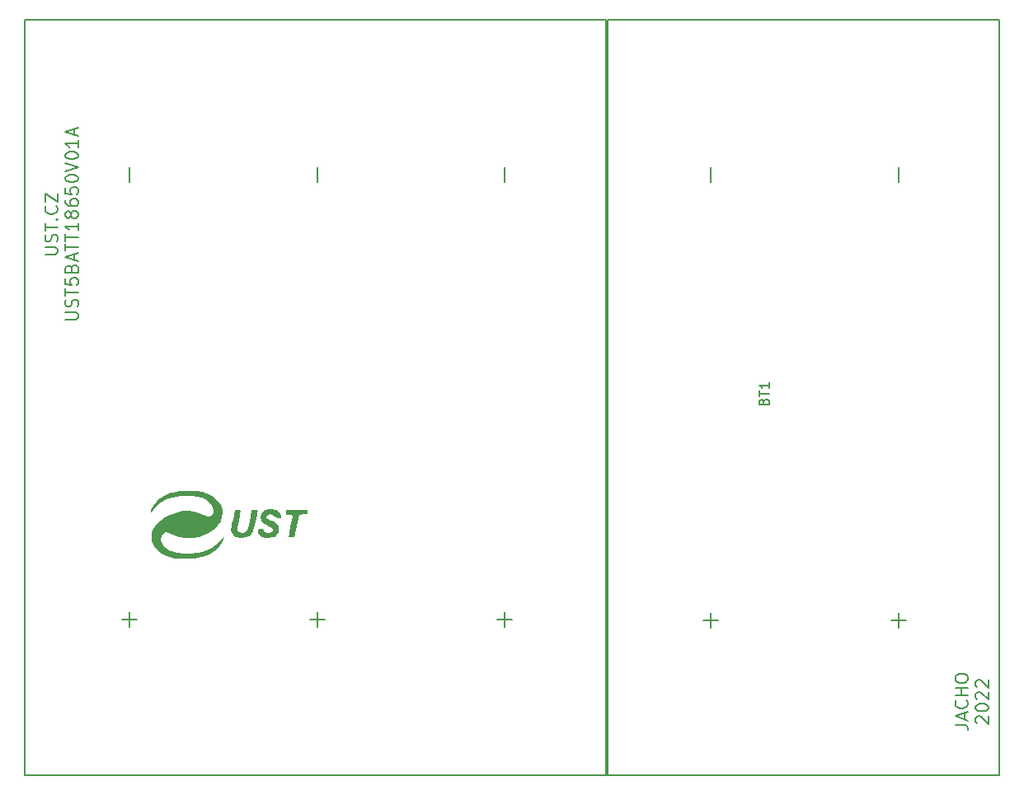
<source format=gbr>
%TF.GenerationSoftware,KiCad,Pcbnew,6.0.4-6f826c9f35~116~ubuntu20.04.1*%
%TF.CreationDate,2022-10-18T09:56:38+00:00*%
%TF.ProjectId,UST5BATT18650V01A,55535435-4241-4545-9431-383635305630,rev?*%
%TF.SameCoordinates,PX463f660PY87a6900*%
%TF.FileFunction,Legend,Top*%
%TF.FilePolarity,Positive*%
%FSLAX46Y46*%
G04 Gerber Fmt 4.6, Leading zero omitted, Abs format (unit mm)*
G04 Created by KiCad (PCBNEW 6.0.4-6f826c9f35~116~ubuntu20.04.1) date 2022-10-18 09:56:38*
%MOMM*%
%LPD*%
G01*
G04 APERTURE LIST*
%ADD10C,0.200000*%
%ADD11C,0.150000*%
%ADD12C,0.127000*%
G04 APERTURE END LIST*
D10*
X2051595Y53704715D02*
X3103976Y53704715D01*
X3227785Y53766620D01*
X3289690Y53828524D01*
X3351595Y53952334D01*
X3351595Y54199953D01*
X3289690Y54323762D01*
X3227785Y54385667D01*
X3103976Y54447572D01*
X2051595Y54447572D01*
X3289690Y55004715D02*
X3351595Y55190429D01*
X3351595Y55499953D01*
X3289690Y55623762D01*
X3227785Y55685667D01*
X3103976Y55747572D01*
X2980166Y55747572D01*
X2856357Y55685667D01*
X2794452Y55623762D01*
X2732547Y55499953D01*
X2670642Y55252334D01*
X2608738Y55128524D01*
X2546833Y55066620D01*
X2423023Y55004715D01*
X2299214Y55004715D01*
X2175404Y55066620D01*
X2113500Y55128524D01*
X2051595Y55252334D01*
X2051595Y55561858D01*
X2113500Y55747572D01*
X2051595Y56119000D02*
X2051595Y56861858D01*
X3351595Y56490429D02*
X2051595Y56490429D01*
X3227785Y57295191D02*
X3289690Y57357096D01*
X3351595Y57295191D01*
X3289690Y57233286D01*
X3227785Y57295191D01*
X3351595Y57295191D01*
X3227785Y58657096D02*
X3289690Y58595191D01*
X3351595Y58409477D01*
X3351595Y58285667D01*
X3289690Y58099953D01*
X3165880Y57976143D01*
X3042071Y57914239D01*
X2794452Y57852334D01*
X2608738Y57852334D01*
X2361119Y57914239D01*
X2237309Y57976143D01*
X2113500Y58099953D01*
X2051595Y58285667D01*
X2051595Y58409477D01*
X2113500Y58595191D01*
X2175404Y58657096D01*
X2051595Y59090429D02*
X2051595Y59957096D01*
X3351595Y59090429D01*
X3351595Y59957096D01*
X4144595Y47019000D02*
X5196976Y47019000D01*
X5320785Y47080905D01*
X5382690Y47142810D01*
X5444595Y47266620D01*
X5444595Y47514239D01*
X5382690Y47638048D01*
X5320785Y47699953D01*
X5196976Y47761858D01*
X4144595Y47761858D01*
X5382690Y48319000D02*
X5444595Y48504715D01*
X5444595Y48814239D01*
X5382690Y48938048D01*
X5320785Y48999953D01*
X5196976Y49061858D01*
X5073166Y49061858D01*
X4949357Y48999953D01*
X4887452Y48938048D01*
X4825547Y48814239D01*
X4763642Y48566620D01*
X4701738Y48442810D01*
X4639833Y48380905D01*
X4516023Y48319000D01*
X4392214Y48319000D01*
X4268404Y48380905D01*
X4206500Y48442810D01*
X4144595Y48566620D01*
X4144595Y48876143D01*
X4206500Y49061858D01*
X4144595Y49433286D02*
X4144595Y50176143D01*
X5444595Y49804715D02*
X4144595Y49804715D01*
X4144595Y51228524D02*
X4144595Y50609477D01*
X4763642Y50547572D01*
X4701738Y50609477D01*
X4639833Y50733286D01*
X4639833Y51042810D01*
X4701738Y51166620D01*
X4763642Y51228524D01*
X4887452Y51290429D01*
X5196976Y51290429D01*
X5320785Y51228524D01*
X5382690Y51166620D01*
X5444595Y51042810D01*
X5444595Y50733286D01*
X5382690Y50609477D01*
X5320785Y50547572D01*
X4763642Y52280905D02*
X4825547Y52466620D01*
X4887452Y52528524D01*
X5011261Y52590429D01*
X5196976Y52590429D01*
X5320785Y52528524D01*
X5382690Y52466620D01*
X5444595Y52342810D01*
X5444595Y51847572D01*
X4144595Y51847572D01*
X4144595Y52280905D01*
X4206500Y52404715D01*
X4268404Y52466620D01*
X4392214Y52528524D01*
X4516023Y52528524D01*
X4639833Y52466620D01*
X4701738Y52404715D01*
X4763642Y52280905D01*
X4763642Y51847572D01*
X5073166Y53085667D02*
X5073166Y53704715D01*
X5444595Y52961858D02*
X4144595Y53395191D01*
X5444595Y53828524D01*
X4144595Y54076143D02*
X4144595Y54819000D01*
X5444595Y54447572D02*
X4144595Y54447572D01*
X4144595Y55066620D02*
X4144595Y55809477D01*
X5444595Y55438048D02*
X4144595Y55438048D01*
X5444595Y56923762D02*
X5444595Y56180905D01*
X5444595Y56552334D02*
X4144595Y56552334D01*
X4330309Y56428524D01*
X4454119Y56304715D01*
X4516023Y56180905D01*
X4701738Y57666620D02*
X4639833Y57542810D01*
X4577928Y57480905D01*
X4454119Y57419000D01*
X4392214Y57419000D01*
X4268404Y57480905D01*
X4206500Y57542810D01*
X4144595Y57666620D01*
X4144595Y57914239D01*
X4206500Y58038048D01*
X4268404Y58099953D01*
X4392214Y58161858D01*
X4454119Y58161858D01*
X4577928Y58099953D01*
X4639833Y58038048D01*
X4701738Y57914239D01*
X4701738Y57666620D01*
X4763642Y57542810D01*
X4825547Y57480905D01*
X4949357Y57419000D01*
X5196976Y57419000D01*
X5320785Y57480905D01*
X5382690Y57542810D01*
X5444595Y57666620D01*
X5444595Y57914239D01*
X5382690Y58038048D01*
X5320785Y58099953D01*
X5196976Y58161858D01*
X4949357Y58161858D01*
X4825547Y58099953D01*
X4763642Y58038048D01*
X4701738Y57914239D01*
X4144595Y59276143D02*
X4144595Y59028524D01*
X4206500Y58904715D01*
X4268404Y58842810D01*
X4454119Y58719000D01*
X4701738Y58657096D01*
X5196976Y58657096D01*
X5320785Y58719000D01*
X5382690Y58780905D01*
X5444595Y58904715D01*
X5444595Y59152334D01*
X5382690Y59276143D01*
X5320785Y59338048D01*
X5196976Y59399953D01*
X4887452Y59399953D01*
X4763642Y59338048D01*
X4701738Y59276143D01*
X4639833Y59152334D01*
X4639833Y58904715D01*
X4701738Y58780905D01*
X4763642Y58719000D01*
X4887452Y58657096D01*
X4144595Y60576143D02*
X4144595Y59957096D01*
X4763642Y59895191D01*
X4701738Y59957096D01*
X4639833Y60080905D01*
X4639833Y60390429D01*
X4701738Y60514239D01*
X4763642Y60576143D01*
X4887452Y60638048D01*
X5196976Y60638048D01*
X5320785Y60576143D01*
X5382690Y60514239D01*
X5444595Y60390429D01*
X5444595Y60080905D01*
X5382690Y59957096D01*
X5320785Y59895191D01*
X4144595Y61442810D02*
X4144595Y61566620D01*
X4206500Y61690429D01*
X4268404Y61752334D01*
X4392214Y61814239D01*
X4639833Y61876143D01*
X4949357Y61876143D01*
X5196976Y61814239D01*
X5320785Y61752334D01*
X5382690Y61690429D01*
X5444595Y61566620D01*
X5444595Y61442810D01*
X5382690Y61319000D01*
X5320785Y61257096D01*
X5196976Y61195191D01*
X4949357Y61133286D01*
X4639833Y61133286D01*
X4392214Y61195191D01*
X4268404Y61257096D01*
X4206500Y61319000D01*
X4144595Y61442810D01*
X4144595Y62247572D02*
X5444595Y62680905D01*
X4144595Y63114239D01*
X4144595Y63795191D02*
X4144595Y63919000D01*
X4206500Y64042810D01*
X4268404Y64104715D01*
X4392214Y64166620D01*
X4639833Y64228524D01*
X4949357Y64228524D01*
X5196976Y64166620D01*
X5320785Y64104715D01*
X5382690Y64042810D01*
X5444595Y63919000D01*
X5444595Y63795191D01*
X5382690Y63671381D01*
X5320785Y63609477D01*
X5196976Y63547572D01*
X4949357Y63485667D01*
X4639833Y63485667D01*
X4392214Y63547572D01*
X4268404Y63609477D01*
X4206500Y63671381D01*
X4144595Y63795191D01*
X5444595Y65466620D02*
X5444595Y64723762D01*
X5444595Y65095191D02*
X4144595Y65095191D01*
X4330309Y64971381D01*
X4454119Y64847572D01*
X4516023Y64723762D01*
X5073166Y65961858D02*
X5073166Y66580905D01*
X5444595Y65838048D02*
X4144595Y66271381D01*
X5444595Y66704715D01*
X95523595Y5363667D02*
X96452166Y5363667D01*
X96637880Y5301762D01*
X96761690Y5177953D01*
X96823595Y4992239D01*
X96823595Y4868429D01*
X96452166Y5920810D02*
X96452166Y6539858D01*
X96823595Y5797000D02*
X95523595Y6230334D01*
X96823595Y6663667D01*
X96699785Y7839858D02*
X96761690Y7777953D01*
X96823595Y7592239D01*
X96823595Y7468429D01*
X96761690Y7282715D01*
X96637880Y7158905D01*
X96514071Y7097000D01*
X96266452Y7035096D01*
X96080738Y7035096D01*
X95833119Y7097000D01*
X95709309Y7158905D01*
X95585500Y7282715D01*
X95523595Y7468429D01*
X95523595Y7592239D01*
X95585500Y7777953D01*
X95647404Y7839858D01*
X96823595Y8397000D02*
X95523595Y8397000D01*
X96142642Y8397000D02*
X96142642Y9139858D01*
X96823595Y9139858D02*
X95523595Y9139858D01*
X95523595Y10006524D02*
X95523595Y10254143D01*
X95585500Y10377953D01*
X95709309Y10501762D01*
X95956928Y10563667D01*
X96390261Y10563667D01*
X96637880Y10501762D01*
X96761690Y10377953D01*
X96823595Y10254143D01*
X96823595Y10006524D01*
X96761690Y9882715D01*
X96637880Y9758905D01*
X96390261Y9697000D01*
X95956928Y9697000D01*
X95709309Y9758905D01*
X95585500Y9882715D01*
X95523595Y10006524D01*
X97740404Y5518429D02*
X97678500Y5580334D01*
X97616595Y5704143D01*
X97616595Y6013667D01*
X97678500Y6137477D01*
X97740404Y6199381D01*
X97864214Y6261286D01*
X97988023Y6261286D01*
X98173738Y6199381D01*
X98916595Y5456524D01*
X98916595Y6261286D01*
X97616595Y7066048D02*
X97616595Y7189858D01*
X97678500Y7313667D01*
X97740404Y7375572D01*
X97864214Y7437477D01*
X98111833Y7499381D01*
X98421357Y7499381D01*
X98668976Y7437477D01*
X98792785Y7375572D01*
X98854690Y7313667D01*
X98916595Y7189858D01*
X98916595Y7066048D01*
X98854690Y6942239D01*
X98792785Y6880334D01*
X98668976Y6818429D01*
X98421357Y6756524D01*
X98111833Y6756524D01*
X97864214Y6818429D01*
X97740404Y6880334D01*
X97678500Y6942239D01*
X97616595Y7066048D01*
X97740404Y7994620D02*
X97678500Y8056524D01*
X97616595Y8180334D01*
X97616595Y8489858D01*
X97678500Y8613667D01*
X97740404Y8675572D01*
X97864214Y8737477D01*
X97988023Y8737477D01*
X98173738Y8675572D01*
X98916595Y7932715D01*
X98916595Y8737477D01*
X97740404Y9232715D02*
X97678500Y9294620D01*
X97616595Y9418429D01*
X97616595Y9727953D01*
X97678500Y9851762D01*
X97740404Y9913667D01*
X97864214Y9975572D01*
X97988023Y9975572D01*
X98173738Y9913667D01*
X98916595Y9170810D01*
X98916595Y9975572D01*
%TO.C,BT2*%
X49287857Y61098096D02*
X49287857Y62621905D01*
X29987857Y15378096D02*
X29987857Y16901905D01*
X30749761Y16140000D02*
X29225952Y16140000D01*
X10687857Y61098096D02*
X10687857Y62621905D01*
X10687857Y15378096D02*
X10687857Y16901905D01*
X11449761Y16140000D02*
X9925952Y16140000D01*
X29987857Y61098096D02*
X29987857Y62621905D01*
X49287857Y15378096D02*
X49287857Y16901905D01*
X50049761Y16140000D02*
X48525952Y16140000D01*
D11*
%TO.C,BT1*%
X75874571Y38584286D02*
X75922190Y38727143D01*
X75969809Y38774762D01*
X76065047Y38822381D01*
X76207904Y38822381D01*
X76303142Y38774762D01*
X76350761Y38727143D01*
X76398380Y38631905D01*
X76398380Y38250953D01*
X75398380Y38250953D01*
X75398380Y38584286D01*
X75446000Y38679524D01*
X75493619Y38727143D01*
X75588857Y38774762D01*
X75684095Y38774762D01*
X75779333Y38727143D01*
X75826952Y38679524D01*
X75874571Y38584286D01*
X75874571Y38250953D01*
X75398380Y39108096D02*
X75398380Y39679524D01*
X76398380Y39393810D02*
X75398380Y39393810D01*
X76398380Y40536667D02*
X76398380Y39965239D01*
X76398380Y40250953D02*
X75398380Y40250953D01*
X75541238Y40155715D01*
X75636476Y40060477D01*
X75684095Y39965239D01*
D10*
X89742857Y61098096D02*
X89742857Y62621905D01*
X70408413Y15317997D02*
X70408413Y16841806D01*
X71170317Y16079901D02*
X69646508Y16079901D01*
X70442857Y61098096D02*
X70442857Y62621905D01*
X89708413Y15317997D02*
X89708413Y16841806D01*
X90470317Y16079901D02*
X88946508Y16079901D01*
D12*
%TO.C,BT2*%
X59690000Y77850000D02*
X59690000Y150000D01*
X0Y150000D02*
X0Y77850000D01*
X0Y77850000D02*
X59690000Y77850000D01*
X59690000Y150000D02*
X0Y150000D01*
%TO.C,G1*%
G36*
X29011100Y27225413D02*
G01*
X28993441Y27098930D01*
X28948503Y27028380D01*
X28841911Y26994698D01*
X28639292Y26978824D01*
X28559388Y26974912D01*
X28129797Y26954255D01*
X27671785Y24645017D01*
X27365603Y24645017D01*
X27180555Y24649956D01*
X27071646Y24662412D01*
X27059420Y24669153D01*
X27072613Y24742677D01*
X27108968Y24929298D01*
X27163653Y25204601D01*
X27231837Y25544170D01*
X27269917Y25732586D01*
X27343587Y26102312D01*
X27406004Y26426996D01*
X27452230Y26680036D01*
X27477325Y26834832D01*
X27480415Y26866185D01*
X27428485Y26927739D01*
X27262335Y26956825D01*
X27125140Y26960486D01*
X26769866Y26960486D01*
X26813840Y27416564D01*
X27923531Y27435910D01*
X29033221Y27455257D01*
X29011100Y27225413D01*
G37*
G36*
X25461066Y27503024D02*
G01*
X25696096Y27455014D01*
X25793726Y27417966D01*
X26022113Y27253237D01*
X26196747Y27040836D01*
X26283591Y26825029D01*
X26287597Y26775610D01*
X26268917Y26665430D01*
X26186209Y26618638D01*
X26027111Y26609658D01*
X25805918Y26643267D01*
X25643733Y26765399D01*
X25615565Y26799105D01*
X25432360Y26936626D01*
X25200339Y26992932D01*
X24974492Y26962121D01*
X24845619Y26881728D01*
X24774293Y26765930D01*
X24805195Y26649356D01*
X24948045Y26520636D01*
X25212562Y26368401D01*
X25337199Y26306731D01*
X25673600Y26127180D01*
X25894601Y25958574D01*
X26020740Y25777015D01*
X26072555Y25558607D01*
X26077100Y25445773D01*
X26011679Y25118076D01*
X25821842Y24846850D01*
X25583229Y24678698D01*
X25356290Y24610733D01*
X25052393Y24581903D01*
X24729384Y24592349D01*
X24445110Y24642214D01*
X24349500Y24675674D01*
X24094710Y24848832D01*
X23939320Y25088693D01*
X23901962Y25292121D01*
X23914531Y25416993D01*
X23978820Y25472704D01*
X24134702Y25486768D01*
X24184361Y25487006D01*
X24378536Y25471502D01*
X24482796Y25409235D01*
X24530982Y25318091D01*
X24652062Y25175580D01*
X24851239Y25097172D01*
X25080768Y25084879D01*
X25292898Y25140711D01*
X25439881Y25266681D01*
X25447207Y25279497D01*
X25488926Y25410092D01*
X25449454Y25525412D01*
X25313143Y25642936D01*
X25064345Y25780141D01*
X24949806Y25835103D01*
X24598027Y26021965D01*
X24365631Y26204763D01*
X24233966Y26404738D01*
X24184383Y26643126D01*
X24182625Y26708756D01*
X24239602Y27038251D01*
X24408266Y27284730D01*
X24685219Y27445478D01*
X25067060Y27517776D01*
X25200028Y27521812D01*
X25461066Y27503024D01*
G37*
G36*
X17283873Y29380105D02*
G01*
X17713895Y29358738D01*
X18065894Y29320797D01*
X18253619Y29282326D01*
X18851888Y29058879D01*
X19374110Y28752860D01*
X19801248Y28378113D01*
X20114263Y27948481D01*
X20131376Y27916771D01*
X20258142Y27544665D01*
X20293599Y27115662D01*
X20238816Y26678504D01*
X20095584Y26283318D01*
X19782052Y25820320D01*
X19357506Y25399766D01*
X18849551Y25042250D01*
X18285791Y24768367D01*
X17897849Y24643753D01*
X17165561Y24517737D01*
X16457599Y24516840D01*
X15789228Y24639493D01*
X15175715Y24884129D01*
X15087619Y24932237D01*
X14753058Y25086257D01*
X14484244Y25126011D01*
X14266257Y25052060D01*
X14166182Y24966909D01*
X13998420Y24701134D01*
X13953052Y24405896D01*
X14020596Y24099710D01*
X14191572Y23801091D01*
X14456499Y23528555D01*
X14805895Y23300616D01*
X15079616Y23183088D01*
X15638852Y23038679D01*
X16278734Y22960759D01*
X16956290Y22949395D01*
X17628547Y23004655D01*
X18252536Y23126606D01*
X18429033Y23177830D01*
X18853397Y23333650D01*
X19204473Y23519049D01*
X19526757Y23763337D01*
X19864749Y24095819D01*
X19929709Y24166221D01*
X20128936Y24377184D01*
X20292818Y24537027D01*
X20399485Y24625167D01*
X20427448Y24634632D01*
X20417161Y24558309D01*
X20354766Y24393816D01*
X20255469Y24180277D01*
X19918236Y23659871D01*
X19469016Y23223465D01*
X18908771Y22871784D01*
X18238466Y22605554D01*
X18113288Y22568747D01*
X17760033Y22497538D01*
X17311915Y22448303D01*
X16808813Y22421485D01*
X16290609Y22417527D01*
X15797181Y22436874D01*
X15368409Y22479968D01*
X15086480Y22535087D01*
X14495489Y22733107D01*
X14013738Y22983565D01*
X13615676Y23299852D01*
X13602479Y23312738D01*
X13255252Y23733307D01*
X13046657Y24175433D01*
X12976792Y24638277D01*
X13045756Y25121003D01*
X13253648Y25622772D01*
X13317461Y25734668D01*
X13565035Y26044231D01*
X13925417Y26353019D01*
X14371798Y26646089D01*
X14877372Y26908499D01*
X15415331Y27125307D01*
X15958868Y27281572D01*
X16166940Y27322941D01*
X16800504Y27362071D01*
X17433011Y27261559D01*
X18066368Y27021088D01*
X18113288Y26997740D01*
X18522743Y26825813D01*
X18853078Y26762517D01*
X19101050Y26807016D01*
X19263418Y26958472D01*
X19336940Y27216048D01*
X19341188Y27314800D01*
X19274107Y27688399D01*
X19084955Y28041521D01*
X18791874Y28347840D01*
X18496542Y28540590D01*
X18139895Y28675999D01*
X17681578Y28776635D01*
X17156356Y28840556D01*
X16598995Y28865821D01*
X16044261Y28850487D01*
X15526921Y28792612D01*
X15201409Y28724641D01*
X14737865Y28591625D01*
X14376138Y28454847D01*
X14078738Y28293648D01*
X13808171Y28087367D01*
X13526947Y27815343D01*
X13499890Y27786990D01*
X13297986Y27568749D01*
X13138946Y27386126D01*
X13043859Y27263942D01*
X13026271Y27229617D01*
X12972548Y27172620D01*
X12956105Y27170984D01*
X12888227Y27222351D01*
X12907748Y27368733D01*
X13010795Y27598551D01*
X13193497Y27900225D01*
X13206517Y27919774D01*
X13363776Y28145098D01*
X13498472Y28320619D01*
X13587331Y28416530D01*
X13601200Y28425196D01*
X13703616Y28491490D01*
X13809033Y28585237D01*
X14000420Y28729842D01*
X14288165Y28890961D01*
X14632825Y29049733D01*
X14994958Y29187298D01*
X15201409Y29251035D01*
X15490981Y29307094D01*
X15879384Y29348394D01*
X16331247Y29374571D01*
X16811200Y29385262D01*
X17283873Y29380105D01*
G37*
G36*
X22049448Y27433609D02*
G01*
X22144027Y27383700D01*
X22147818Y27367979D01*
X22134859Y27271787D01*
X22099294Y27065448D01*
X22046089Y26776415D01*
X21980211Y26432137D01*
X21957398Y26315464D01*
X21882955Y25930899D01*
X21835231Y25659869D01*
X21812705Y25478447D01*
X21813857Y25362707D01*
X21837166Y25288723D01*
X21881113Y25232568D01*
X21888143Y25225449D01*
X22068734Y25130530D01*
X22309602Y25105487D01*
X22549828Y25149460D01*
X22704239Y25236986D01*
X22805526Y25364577D01*
X22897618Y25563986D01*
X22985845Y25852462D01*
X23075536Y26247256D01*
X23166245Y26732448D01*
X23291908Y27451647D01*
X23596935Y27451647D01*
X23809822Y27433767D01*
X23898043Y27377758D01*
X23901962Y27356047D01*
X23884971Y27197566D01*
X23839307Y26938483D01*
X23772927Y26613662D01*
X23693791Y26257968D01*
X23609858Y25906265D01*
X23529087Y25593416D01*
X23459436Y25354285D01*
X23420487Y25246979D01*
X23236511Y24942633D01*
X22988528Y24740462D01*
X22655145Y24627727D01*
X22323542Y24593735D01*
X22053834Y24593742D01*
X21823725Y24610405D01*
X21686018Y24639233D01*
X21518575Y24753307D01*
X21350795Y24931092D01*
X21220519Y25125060D01*
X21165592Y25287683D01*
X21165498Y25292954D01*
X21178020Y25412155D01*
X21212426Y25640113D01*
X21263977Y25947803D01*
X21327932Y26306198D01*
X21353689Y26445305D01*
X21541880Y27451647D01*
X21844849Y27451647D01*
X22049448Y27433609D01*
G37*
%TO.C,BT1*%
X100055000Y150000D02*
X59845000Y150000D01*
X59845000Y150000D02*
X59845000Y77850000D01*
X100055000Y77850000D02*
X100055000Y150000D01*
X59845000Y77850000D02*
X100055000Y77850000D01*
%TD*%
M02*

</source>
